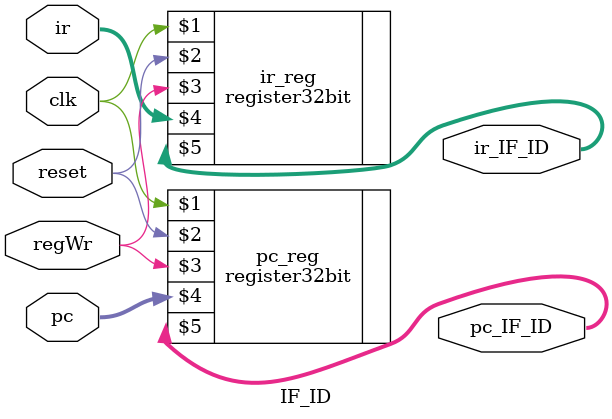
<source format=v>
/*##########################################################################################
Note: Please don’t upload the assignments, template file/solution and lab. manual on GitHub or others public repository. 
Kindly remove them, if you have uploaded the previous assignments. 
It violates the BITS’s Intellectual Property Rights (IPR).
*******************************************************************************************/



module IF_ID(input clk, input reset, input regWr, input [31:0] ir, input [31:0] pc, output [31:0] ir_IF_ID, output [31:0] pc_IF_ID);
	//WRITE YOUR CODE HERE, NO NEED TO DEFINE NEW VARIABLES
	register32bit pc_reg(clk,reset,regWr,pc,pc_IF_ID);
	register32bit ir_reg(clk,reset,regWr,ir,ir_IF_ID);

endmodule

</source>
